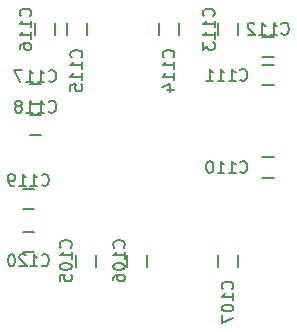
<source format=gbr>
G04 #@! TF.FileFunction,Legend,Bot*
%FSLAX46Y46*%
G04 Gerber Fmt 4.6, Leading zero omitted, Abs format (unit mm)*
G04 Created by KiCad (PCBNEW 4.0.7) date Friday, 13. April 2018 'u21' 16:21:34*
%MOMM*%
%LPD*%
G01*
G04 APERTURE LIST*
%ADD10C,0.100000*%
%ADD11C,0.150000*%
G04 APERTURE END LIST*
D10*
D11*
X143550000Y-191700000D02*
X143550000Y-190700000D01*
X145250000Y-190700000D02*
X145250000Y-191700000D01*
X147850000Y-191700000D02*
X147850000Y-190700000D01*
X149550000Y-190700000D02*
X149550000Y-191700000D01*
X155550000Y-191700000D02*
X155550000Y-190700000D01*
X157250000Y-190700000D02*
X157250000Y-191700000D01*
X160300000Y-184150000D02*
X159300000Y-184150000D01*
X159300000Y-182450000D02*
X160300000Y-182450000D01*
X160300000Y-176350000D02*
X159300000Y-176350000D01*
X159300000Y-174650000D02*
X160300000Y-174650000D01*
X160300000Y-173950000D02*
X159300000Y-173950000D01*
X159300000Y-172250000D02*
X160300000Y-172250000D01*
X157250000Y-171100000D02*
X157250000Y-172100000D01*
X155550000Y-172100000D02*
X155550000Y-171100000D01*
X152250000Y-171100000D02*
X152250000Y-172100000D01*
X150550000Y-172100000D02*
X150550000Y-171100000D01*
X144450000Y-171100000D02*
X144450000Y-172100000D01*
X142750000Y-172100000D02*
X142750000Y-171100000D01*
X141750000Y-171100000D02*
X141750000Y-172100000D01*
X140050000Y-172100000D02*
X140050000Y-171100000D01*
X139600000Y-176250000D02*
X140600000Y-176250000D01*
X140600000Y-177950000D02*
X139600000Y-177950000D01*
X139600000Y-178850000D02*
X140600000Y-178850000D01*
X140600000Y-180550000D02*
X139600000Y-180550000D01*
X139000000Y-185150000D02*
X140000000Y-185150000D01*
X140000000Y-186850000D02*
X139000000Y-186850000D01*
X139000000Y-188750000D02*
X140000000Y-188750000D01*
X140000000Y-190450000D02*
X139000000Y-190450000D01*
X143057143Y-190080953D02*
X143104762Y-190033334D01*
X143152381Y-189890477D01*
X143152381Y-189795239D01*
X143104762Y-189652381D01*
X143009524Y-189557143D01*
X142914286Y-189509524D01*
X142723810Y-189461905D01*
X142580952Y-189461905D01*
X142390476Y-189509524D01*
X142295238Y-189557143D01*
X142200000Y-189652381D01*
X142152381Y-189795239D01*
X142152381Y-189890477D01*
X142200000Y-190033334D01*
X142247619Y-190080953D01*
X143152381Y-191033334D02*
X143152381Y-190461905D01*
X143152381Y-190747619D02*
X142152381Y-190747619D01*
X142295238Y-190652381D01*
X142390476Y-190557143D01*
X142438095Y-190461905D01*
X142152381Y-191652381D02*
X142152381Y-191747620D01*
X142200000Y-191842858D01*
X142247619Y-191890477D01*
X142342857Y-191938096D01*
X142533333Y-191985715D01*
X142771429Y-191985715D01*
X142961905Y-191938096D01*
X143057143Y-191890477D01*
X143104762Y-191842858D01*
X143152381Y-191747620D01*
X143152381Y-191652381D01*
X143104762Y-191557143D01*
X143057143Y-191509524D01*
X142961905Y-191461905D01*
X142771429Y-191414286D01*
X142533333Y-191414286D01*
X142342857Y-191461905D01*
X142247619Y-191509524D01*
X142200000Y-191557143D01*
X142152381Y-191652381D01*
X142152381Y-192890477D02*
X142152381Y-192414286D01*
X142628571Y-192366667D01*
X142580952Y-192414286D01*
X142533333Y-192509524D01*
X142533333Y-192747620D01*
X142580952Y-192842858D01*
X142628571Y-192890477D01*
X142723810Y-192938096D01*
X142961905Y-192938096D01*
X143057143Y-192890477D01*
X143104762Y-192842858D01*
X143152381Y-192747620D01*
X143152381Y-192509524D01*
X143104762Y-192414286D01*
X143057143Y-192366667D01*
X147557143Y-190080953D02*
X147604762Y-190033334D01*
X147652381Y-189890477D01*
X147652381Y-189795239D01*
X147604762Y-189652381D01*
X147509524Y-189557143D01*
X147414286Y-189509524D01*
X147223810Y-189461905D01*
X147080952Y-189461905D01*
X146890476Y-189509524D01*
X146795238Y-189557143D01*
X146700000Y-189652381D01*
X146652381Y-189795239D01*
X146652381Y-189890477D01*
X146700000Y-190033334D01*
X146747619Y-190080953D01*
X147652381Y-191033334D02*
X147652381Y-190461905D01*
X147652381Y-190747619D02*
X146652381Y-190747619D01*
X146795238Y-190652381D01*
X146890476Y-190557143D01*
X146938095Y-190461905D01*
X146652381Y-191652381D02*
X146652381Y-191747620D01*
X146700000Y-191842858D01*
X146747619Y-191890477D01*
X146842857Y-191938096D01*
X147033333Y-191985715D01*
X147271429Y-191985715D01*
X147461905Y-191938096D01*
X147557143Y-191890477D01*
X147604762Y-191842858D01*
X147652381Y-191747620D01*
X147652381Y-191652381D01*
X147604762Y-191557143D01*
X147557143Y-191509524D01*
X147461905Y-191461905D01*
X147271429Y-191414286D01*
X147033333Y-191414286D01*
X146842857Y-191461905D01*
X146747619Y-191509524D01*
X146700000Y-191557143D01*
X146652381Y-191652381D01*
X146652381Y-192842858D02*
X146652381Y-192652381D01*
X146700000Y-192557143D01*
X146747619Y-192509524D01*
X146890476Y-192414286D01*
X147080952Y-192366667D01*
X147461905Y-192366667D01*
X147557143Y-192414286D01*
X147604762Y-192461905D01*
X147652381Y-192557143D01*
X147652381Y-192747620D01*
X147604762Y-192842858D01*
X147557143Y-192890477D01*
X147461905Y-192938096D01*
X147223810Y-192938096D01*
X147128571Y-192890477D01*
X147080952Y-192842858D01*
X147033333Y-192747620D01*
X147033333Y-192557143D01*
X147080952Y-192461905D01*
X147128571Y-192414286D01*
X147223810Y-192366667D01*
X156757143Y-193580953D02*
X156804762Y-193533334D01*
X156852381Y-193390477D01*
X156852381Y-193295239D01*
X156804762Y-193152381D01*
X156709524Y-193057143D01*
X156614286Y-193009524D01*
X156423810Y-192961905D01*
X156280952Y-192961905D01*
X156090476Y-193009524D01*
X155995238Y-193057143D01*
X155900000Y-193152381D01*
X155852381Y-193295239D01*
X155852381Y-193390477D01*
X155900000Y-193533334D01*
X155947619Y-193580953D01*
X156852381Y-194533334D02*
X156852381Y-193961905D01*
X156852381Y-194247619D02*
X155852381Y-194247619D01*
X155995238Y-194152381D01*
X156090476Y-194057143D01*
X156138095Y-193961905D01*
X155852381Y-195152381D02*
X155852381Y-195247620D01*
X155900000Y-195342858D01*
X155947619Y-195390477D01*
X156042857Y-195438096D01*
X156233333Y-195485715D01*
X156471429Y-195485715D01*
X156661905Y-195438096D01*
X156757143Y-195390477D01*
X156804762Y-195342858D01*
X156852381Y-195247620D01*
X156852381Y-195152381D01*
X156804762Y-195057143D01*
X156757143Y-195009524D01*
X156661905Y-194961905D01*
X156471429Y-194914286D01*
X156233333Y-194914286D01*
X156042857Y-194961905D01*
X155947619Y-195009524D01*
X155900000Y-195057143D01*
X155852381Y-195152381D01*
X155852381Y-195819048D02*
X155852381Y-196485715D01*
X156852381Y-196057143D01*
X157419047Y-183657143D02*
X157466666Y-183704762D01*
X157609523Y-183752381D01*
X157704761Y-183752381D01*
X157847619Y-183704762D01*
X157942857Y-183609524D01*
X157990476Y-183514286D01*
X158038095Y-183323810D01*
X158038095Y-183180952D01*
X157990476Y-182990476D01*
X157942857Y-182895238D01*
X157847619Y-182800000D01*
X157704761Y-182752381D01*
X157609523Y-182752381D01*
X157466666Y-182800000D01*
X157419047Y-182847619D01*
X156466666Y-183752381D02*
X157038095Y-183752381D01*
X156752381Y-183752381D02*
X156752381Y-182752381D01*
X156847619Y-182895238D01*
X156942857Y-182990476D01*
X157038095Y-183038095D01*
X155514285Y-183752381D02*
X156085714Y-183752381D01*
X155800000Y-183752381D02*
X155800000Y-182752381D01*
X155895238Y-182895238D01*
X155990476Y-182990476D01*
X156085714Y-183038095D01*
X154895238Y-182752381D02*
X154799999Y-182752381D01*
X154704761Y-182800000D01*
X154657142Y-182847619D01*
X154609523Y-182942857D01*
X154561904Y-183133333D01*
X154561904Y-183371429D01*
X154609523Y-183561905D01*
X154657142Y-183657143D01*
X154704761Y-183704762D01*
X154799999Y-183752381D01*
X154895238Y-183752381D01*
X154990476Y-183704762D01*
X155038095Y-183657143D01*
X155085714Y-183561905D01*
X155133333Y-183371429D01*
X155133333Y-183133333D01*
X155085714Y-182942857D01*
X155038095Y-182847619D01*
X154990476Y-182800000D01*
X154895238Y-182752381D01*
X157419047Y-175857143D02*
X157466666Y-175904762D01*
X157609523Y-175952381D01*
X157704761Y-175952381D01*
X157847619Y-175904762D01*
X157942857Y-175809524D01*
X157990476Y-175714286D01*
X158038095Y-175523810D01*
X158038095Y-175380952D01*
X157990476Y-175190476D01*
X157942857Y-175095238D01*
X157847619Y-175000000D01*
X157704761Y-174952381D01*
X157609523Y-174952381D01*
X157466666Y-175000000D01*
X157419047Y-175047619D01*
X156466666Y-175952381D02*
X157038095Y-175952381D01*
X156752381Y-175952381D02*
X156752381Y-174952381D01*
X156847619Y-175095238D01*
X156942857Y-175190476D01*
X157038095Y-175238095D01*
X155514285Y-175952381D02*
X156085714Y-175952381D01*
X155800000Y-175952381D02*
X155800000Y-174952381D01*
X155895238Y-175095238D01*
X155990476Y-175190476D01*
X156085714Y-175238095D01*
X154561904Y-175952381D02*
X155133333Y-175952381D01*
X154847619Y-175952381D02*
X154847619Y-174952381D01*
X154942857Y-175095238D01*
X155038095Y-175190476D01*
X155133333Y-175238095D01*
X160919047Y-171957143D02*
X160966666Y-172004762D01*
X161109523Y-172052381D01*
X161204761Y-172052381D01*
X161347619Y-172004762D01*
X161442857Y-171909524D01*
X161490476Y-171814286D01*
X161538095Y-171623810D01*
X161538095Y-171480952D01*
X161490476Y-171290476D01*
X161442857Y-171195238D01*
X161347619Y-171100000D01*
X161204761Y-171052381D01*
X161109523Y-171052381D01*
X160966666Y-171100000D01*
X160919047Y-171147619D01*
X159966666Y-172052381D02*
X160538095Y-172052381D01*
X160252381Y-172052381D02*
X160252381Y-171052381D01*
X160347619Y-171195238D01*
X160442857Y-171290476D01*
X160538095Y-171338095D01*
X159014285Y-172052381D02*
X159585714Y-172052381D01*
X159300000Y-172052381D02*
X159300000Y-171052381D01*
X159395238Y-171195238D01*
X159490476Y-171290476D01*
X159585714Y-171338095D01*
X158633333Y-171147619D02*
X158585714Y-171100000D01*
X158490476Y-171052381D01*
X158252380Y-171052381D01*
X158157142Y-171100000D01*
X158109523Y-171147619D01*
X158061904Y-171242857D01*
X158061904Y-171338095D01*
X158109523Y-171480952D01*
X158680952Y-172052381D01*
X158061904Y-172052381D01*
X155157143Y-170480953D02*
X155204762Y-170433334D01*
X155252381Y-170290477D01*
X155252381Y-170195239D01*
X155204762Y-170052381D01*
X155109524Y-169957143D01*
X155014286Y-169909524D01*
X154823810Y-169861905D01*
X154680952Y-169861905D01*
X154490476Y-169909524D01*
X154395238Y-169957143D01*
X154300000Y-170052381D01*
X154252381Y-170195239D01*
X154252381Y-170290477D01*
X154300000Y-170433334D01*
X154347619Y-170480953D01*
X155252381Y-171433334D02*
X155252381Y-170861905D01*
X155252381Y-171147619D02*
X154252381Y-171147619D01*
X154395238Y-171052381D01*
X154490476Y-170957143D01*
X154538095Y-170861905D01*
X155252381Y-172385715D02*
X155252381Y-171814286D01*
X155252381Y-172100000D02*
X154252381Y-172100000D01*
X154395238Y-172004762D01*
X154490476Y-171909524D01*
X154538095Y-171814286D01*
X154252381Y-172719048D02*
X154252381Y-173338096D01*
X154633333Y-173004762D01*
X154633333Y-173147620D01*
X154680952Y-173242858D01*
X154728571Y-173290477D01*
X154823810Y-173338096D01*
X155061905Y-173338096D01*
X155157143Y-173290477D01*
X155204762Y-173242858D01*
X155252381Y-173147620D01*
X155252381Y-172861905D01*
X155204762Y-172766667D01*
X155157143Y-172719048D01*
X151757143Y-173980953D02*
X151804762Y-173933334D01*
X151852381Y-173790477D01*
X151852381Y-173695239D01*
X151804762Y-173552381D01*
X151709524Y-173457143D01*
X151614286Y-173409524D01*
X151423810Y-173361905D01*
X151280952Y-173361905D01*
X151090476Y-173409524D01*
X150995238Y-173457143D01*
X150900000Y-173552381D01*
X150852381Y-173695239D01*
X150852381Y-173790477D01*
X150900000Y-173933334D01*
X150947619Y-173980953D01*
X151852381Y-174933334D02*
X151852381Y-174361905D01*
X151852381Y-174647619D02*
X150852381Y-174647619D01*
X150995238Y-174552381D01*
X151090476Y-174457143D01*
X151138095Y-174361905D01*
X151852381Y-175885715D02*
X151852381Y-175314286D01*
X151852381Y-175600000D02*
X150852381Y-175600000D01*
X150995238Y-175504762D01*
X151090476Y-175409524D01*
X151138095Y-175314286D01*
X151185714Y-176742858D02*
X151852381Y-176742858D01*
X150804762Y-176504762D02*
X151519048Y-176266667D01*
X151519048Y-176885715D01*
X143957143Y-173980953D02*
X144004762Y-173933334D01*
X144052381Y-173790477D01*
X144052381Y-173695239D01*
X144004762Y-173552381D01*
X143909524Y-173457143D01*
X143814286Y-173409524D01*
X143623810Y-173361905D01*
X143480952Y-173361905D01*
X143290476Y-173409524D01*
X143195238Y-173457143D01*
X143100000Y-173552381D01*
X143052381Y-173695239D01*
X143052381Y-173790477D01*
X143100000Y-173933334D01*
X143147619Y-173980953D01*
X144052381Y-174933334D02*
X144052381Y-174361905D01*
X144052381Y-174647619D02*
X143052381Y-174647619D01*
X143195238Y-174552381D01*
X143290476Y-174457143D01*
X143338095Y-174361905D01*
X144052381Y-175885715D02*
X144052381Y-175314286D01*
X144052381Y-175600000D02*
X143052381Y-175600000D01*
X143195238Y-175504762D01*
X143290476Y-175409524D01*
X143338095Y-175314286D01*
X143052381Y-176790477D02*
X143052381Y-176314286D01*
X143528571Y-176266667D01*
X143480952Y-176314286D01*
X143433333Y-176409524D01*
X143433333Y-176647620D01*
X143480952Y-176742858D01*
X143528571Y-176790477D01*
X143623810Y-176838096D01*
X143861905Y-176838096D01*
X143957143Y-176790477D01*
X144004762Y-176742858D01*
X144052381Y-176647620D01*
X144052381Y-176409524D01*
X144004762Y-176314286D01*
X143957143Y-176266667D01*
X139657143Y-170480953D02*
X139704762Y-170433334D01*
X139752381Y-170290477D01*
X139752381Y-170195239D01*
X139704762Y-170052381D01*
X139609524Y-169957143D01*
X139514286Y-169909524D01*
X139323810Y-169861905D01*
X139180952Y-169861905D01*
X138990476Y-169909524D01*
X138895238Y-169957143D01*
X138800000Y-170052381D01*
X138752381Y-170195239D01*
X138752381Y-170290477D01*
X138800000Y-170433334D01*
X138847619Y-170480953D01*
X139752381Y-171433334D02*
X139752381Y-170861905D01*
X139752381Y-171147619D02*
X138752381Y-171147619D01*
X138895238Y-171052381D01*
X138990476Y-170957143D01*
X139038095Y-170861905D01*
X139752381Y-172385715D02*
X139752381Y-171814286D01*
X139752381Y-172100000D02*
X138752381Y-172100000D01*
X138895238Y-172004762D01*
X138990476Y-171909524D01*
X139038095Y-171814286D01*
X138752381Y-173242858D02*
X138752381Y-173052381D01*
X138800000Y-172957143D01*
X138847619Y-172909524D01*
X138990476Y-172814286D01*
X139180952Y-172766667D01*
X139561905Y-172766667D01*
X139657143Y-172814286D01*
X139704762Y-172861905D01*
X139752381Y-172957143D01*
X139752381Y-173147620D01*
X139704762Y-173242858D01*
X139657143Y-173290477D01*
X139561905Y-173338096D01*
X139323810Y-173338096D01*
X139228571Y-173290477D01*
X139180952Y-173242858D01*
X139133333Y-173147620D01*
X139133333Y-172957143D01*
X139180952Y-172861905D01*
X139228571Y-172814286D01*
X139323810Y-172766667D01*
X141219047Y-175957143D02*
X141266666Y-176004762D01*
X141409523Y-176052381D01*
X141504761Y-176052381D01*
X141647619Y-176004762D01*
X141742857Y-175909524D01*
X141790476Y-175814286D01*
X141838095Y-175623810D01*
X141838095Y-175480952D01*
X141790476Y-175290476D01*
X141742857Y-175195238D01*
X141647619Y-175100000D01*
X141504761Y-175052381D01*
X141409523Y-175052381D01*
X141266666Y-175100000D01*
X141219047Y-175147619D01*
X140266666Y-176052381D02*
X140838095Y-176052381D01*
X140552381Y-176052381D02*
X140552381Y-175052381D01*
X140647619Y-175195238D01*
X140742857Y-175290476D01*
X140838095Y-175338095D01*
X139314285Y-176052381D02*
X139885714Y-176052381D01*
X139600000Y-176052381D02*
X139600000Y-175052381D01*
X139695238Y-175195238D01*
X139790476Y-175290476D01*
X139885714Y-175338095D01*
X138980952Y-175052381D02*
X138314285Y-175052381D01*
X138742857Y-176052381D01*
X141219047Y-178557143D02*
X141266666Y-178604762D01*
X141409523Y-178652381D01*
X141504761Y-178652381D01*
X141647619Y-178604762D01*
X141742857Y-178509524D01*
X141790476Y-178414286D01*
X141838095Y-178223810D01*
X141838095Y-178080952D01*
X141790476Y-177890476D01*
X141742857Y-177795238D01*
X141647619Y-177700000D01*
X141504761Y-177652381D01*
X141409523Y-177652381D01*
X141266666Y-177700000D01*
X141219047Y-177747619D01*
X140266666Y-178652381D02*
X140838095Y-178652381D01*
X140552381Y-178652381D02*
X140552381Y-177652381D01*
X140647619Y-177795238D01*
X140742857Y-177890476D01*
X140838095Y-177938095D01*
X139314285Y-178652381D02*
X139885714Y-178652381D01*
X139600000Y-178652381D02*
X139600000Y-177652381D01*
X139695238Y-177795238D01*
X139790476Y-177890476D01*
X139885714Y-177938095D01*
X138742857Y-178080952D02*
X138838095Y-178033333D01*
X138885714Y-177985714D01*
X138933333Y-177890476D01*
X138933333Y-177842857D01*
X138885714Y-177747619D01*
X138838095Y-177700000D01*
X138742857Y-177652381D01*
X138552380Y-177652381D01*
X138457142Y-177700000D01*
X138409523Y-177747619D01*
X138361904Y-177842857D01*
X138361904Y-177890476D01*
X138409523Y-177985714D01*
X138457142Y-178033333D01*
X138552380Y-178080952D01*
X138742857Y-178080952D01*
X138838095Y-178128571D01*
X138885714Y-178176190D01*
X138933333Y-178271429D01*
X138933333Y-178461905D01*
X138885714Y-178557143D01*
X138838095Y-178604762D01*
X138742857Y-178652381D01*
X138552380Y-178652381D01*
X138457142Y-178604762D01*
X138409523Y-178557143D01*
X138361904Y-178461905D01*
X138361904Y-178271429D01*
X138409523Y-178176190D01*
X138457142Y-178128571D01*
X138552380Y-178080952D01*
X140619047Y-184757143D02*
X140666666Y-184804762D01*
X140809523Y-184852381D01*
X140904761Y-184852381D01*
X141047619Y-184804762D01*
X141142857Y-184709524D01*
X141190476Y-184614286D01*
X141238095Y-184423810D01*
X141238095Y-184280952D01*
X141190476Y-184090476D01*
X141142857Y-183995238D01*
X141047619Y-183900000D01*
X140904761Y-183852381D01*
X140809523Y-183852381D01*
X140666666Y-183900000D01*
X140619047Y-183947619D01*
X139666666Y-184852381D02*
X140238095Y-184852381D01*
X139952381Y-184852381D02*
X139952381Y-183852381D01*
X140047619Y-183995238D01*
X140142857Y-184090476D01*
X140238095Y-184138095D01*
X138714285Y-184852381D02*
X139285714Y-184852381D01*
X139000000Y-184852381D02*
X139000000Y-183852381D01*
X139095238Y-183995238D01*
X139190476Y-184090476D01*
X139285714Y-184138095D01*
X138238095Y-184852381D02*
X138047619Y-184852381D01*
X137952380Y-184804762D01*
X137904761Y-184757143D01*
X137809523Y-184614286D01*
X137761904Y-184423810D01*
X137761904Y-184042857D01*
X137809523Y-183947619D01*
X137857142Y-183900000D01*
X137952380Y-183852381D01*
X138142857Y-183852381D01*
X138238095Y-183900000D01*
X138285714Y-183947619D01*
X138333333Y-184042857D01*
X138333333Y-184280952D01*
X138285714Y-184376190D01*
X138238095Y-184423810D01*
X138142857Y-184471429D01*
X137952380Y-184471429D01*
X137857142Y-184423810D01*
X137809523Y-184376190D01*
X137761904Y-184280952D01*
X140619047Y-191557143D02*
X140666666Y-191604762D01*
X140809523Y-191652381D01*
X140904761Y-191652381D01*
X141047619Y-191604762D01*
X141142857Y-191509524D01*
X141190476Y-191414286D01*
X141238095Y-191223810D01*
X141238095Y-191080952D01*
X141190476Y-190890476D01*
X141142857Y-190795238D01*
X141047619Y-190700000D01*
X140904761Y-190652381D01*
X140809523Y-190652381D01*
X140666666Y-190700000D01*
X140619047Y-190747619D01*
X139666666Y-191652381D02*
X140238095Y-191652381D01*
X139952381Y-191652381D02*
X139952381Y-190652381D01*
X140047619Y-190795238D01*
X140142857Y-190890476D01*
X140238095Y-190938095D01*
X139285714Y-190747619D02*
X139238095Y-190700000D01*
X139142857Y-190652381D01*
X138904761Y-190652381D01*
X138809523Y-190700000D01*
X138761904Y-190747619D01*
X138714285Y-190842857D01*
X138714285Y-190938095D01*
X138761904Y-191080952D01*
X139333333Y-191652381D01*
X138714285Y-191652381D01*
X138095238Y-190652381D02*
X137999999Y-190652381D01*
X137904761Y-190700000D01*
X137857142Y-190747619D01*
X137809523Y-190842857D01*
X137761904Y-191033333D01*
X137761904Y-191271429D01*
X137809523Y-191461905D01*
X137857142Y-191557143D01*
X137904761Y-191604762D01*
X137999999Y-191652381D01*
X138095238Y-191652381D01*
X138190476Y-191604762D01*
X138238095Y-191557143D01*
X138285714Y-191461905D01*
X138333333Y-191271429D01*
X138333333Y-191033333D01*
X138285714Y-190842857D01*
X138238095Y-190747619D01*
X138190476Y-190700000D01*
X138095238Y-190652381D01*
M02*

</source>
